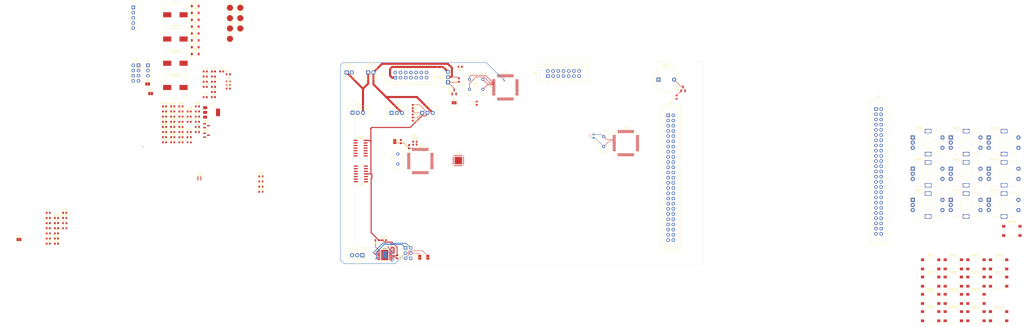
<source format=kicad_pcb>
(kicad_pcb (version 20240108) (generator "pcbnew") (generator_version "8.0")
  (layers (0 "F.Cu" signal) (31 "B.Cu" signal) (34 "B.Paste" user) (35 "F.Paste" user) (36 "B.SilkS" user "B.Silkscreen") (37 "F.SilkS" user "F.Silkscreen") (38 "B.Mask" user) (39 "F.Mask" user) (44 "Edge.Cuts" user))
  (net 0 "")
  (net 1 "BUZZER_M")
  (net 2 "MAIN_CLK1")
  (net 3 "GND")
  (net 4 "MAIN_CLK2")
  (net 5 "MAIN_RTC1")
  (net 6 "MAIN_RTC2")
  (net 7 "/Power Supply/5V_MAIN")
  (net 8 "/Power Supply/3V3_MAIN")
  (net 9 "PERIPHERAL_CLK1")
  (net 10 "/Power Supply/3V3_STBY")
  (net 11 "PERIPHERAL_CLK2")
  (net 12 "/Power Supply/3V3_ALW")
  (net 13 "MCU_VDD")
  (net 14 "PERIPHERAL_VDD")
  (net 15 "12V_IN")
  (net 16 "5V_MAIN_FB")
  (net 17 "3V3_MAIN_FB")
  (net 18 "3V3_ALW_FB")
  (net 19 "HPL")
  (net 20 "OUT_L_PRE")
  (net 21 "HPR")
  (net 22 "OUT_R_PRE")
  (net 23 "DSP_3V3")
  (net 24 "MAIN_IN_L_M")
  (net 25 "Net-(U6C-V+)")
  (net 26 "MIC1LM")
  (net 27 "MAIN_IN_L_P")
  (net 28 "MIC1LP")
  (net 29 "MAIN_IN_R")
  (net 30 "MIC1RP")
  (net 31 "1V8_DVDD")
  (net 32 "DSP_CLK1")
  (net 33 "DSP_CLK2")
  (net 34 "VINT")
  (net 35 "VCP")
  (net 36 "HP_R")
  (net 37 "HP_L")
  (net 38 "LCD_MOSI")
  (net 39 "LCD_CS2")
  (net 40 "LCD_CLK")
  (net 41 "LCD_CS1")
  (net 42 "LCD_MISO")
  (net 43 "MOD_SCL")
  (net 44 "MAIN_LM")
  (net 45 "CUE_LM")
  (net 46 "MOD_SDA")
  (net 47 "MAIN_LP")
  (net 48 "READY")
  (net 49 "12V_MOD")
  (net 50 "CUE_RM")
  (net 51 "CUE_RP")
  (net 52 "MAIN_RP")
  (net 53 "/Fader/FADER_W")
  (net 54 "/Fader/FADER_B")
  (net 55 "/Fader/FADER_A")
  (net 56 "MAIN_RM")
  (net 57 "CUE_LP")
  (net 58 "MAIN_OUT_R_P")
  (net 59 "MAIN_OUT_L_P")
  (net 60 "MAIN_OUT_R_M")
  (net 61 "MAIN_OUT_L_M")
  (net 62 "MAIN_SWDCLK")
  (net 63 "MAIN_SWDIO")
  (net 64 "DSP_SWIO")
  (net 65 "MAIN_BOOT")
  (net 66 "DSP_BOOT")
  (net 67 "DSP_SWDCLK")
  (net 68 "DSP_RESET")
  (net 69 "PERIPHERAL_SWDCLK")
  (net 70 "PERIPHERAL_BOOT")
  (net 71 "MAIN_RESET")
  (net 72 "PERIPHERAL_RESET")
  (net 73 "PERIPHERAL_SWDIO")
  (net 74 "FADER_MOTOR_OUT2")
  (net 75 "FADER_MOTOR_OUT1")
  (net 76 "FADER_B")
  (net 77 "FADER_W")
  (net 78 "FADER_A")
  (net 79 "ENCODER1_A")
  (net 80 "ENCODER5_SW")
  (net 81 "SCRUBBER_A")
  (net 82 "ENCODER8_SW")
  (net 83 "BTN10")
  (net 84 "Net-(Q4-B)")
  (net 85 "BTN16")
  (net 86 "Net-(Q5-B)")
  (net 87 "ENCODER3_SW")
  (net 88 "BTN1")
  (net 89 "ENCODER4_A")
  (net 90 "Net-(U8D--)")
  (net 91 "Net-(U8A--)")
  (net 92 "BTN4")
  (net 93 "ENCODER8_A")
  (net 94 "ENCODER5_A")
  (net 95 "ENCODER7_B")
  (net 96 "BTN11")
  (net 97 "BTN14")
  (net 98 "ENCODER5_B")
  (net 99 "ENCODER8_B")
  (net 100 "ENCODER6_SW")
  (net 101 "ENCODER7_SW")
  (net 102 "ENCODER3_A")
  (net 103 "SCRUBBER_B")
  (net 104 "ENCODER3_B")
  (net 105 "BTN6")
  (net 106 "BTN13")
  (net 107 "ENCODER2_A")
  (net 108 "BTN9")
  (net 109 "ENCODER4_SW")
  (net 110 "ENCODER4_B")
  (net 111 "ENCODER7_A")
  (net 112 "ENCODER1_B")
  (net 113 "BTN12")
  (net 114 "BTN3")
  (net 115 "ENCODER2_SW")
  (net 116 "BTN15")
  (net 117 "BTN5")
  (net 118 "ENCODER1_SW")
  (net 119 "ENCODER6_B")
  (net 120 "BTN8")
  (net 121 "BTN7")
  (net 122 "ENCODER6_A")
  (net 123 "BTN2")
  (net 124 "ENCODER2_B")
  (net 125 "BUZZER_NPN_BASE")
  (net 126 "MOD_FET_GATE")
  (net 127 "12V_MAIN")
  (net 128 "MAIN_SEL")
  (net 129 "CUE_SEL")
  (net 130 "BUZZER_CTRL")
  (net 131 "MOD_CTRL")
  (net 132 "CUE_CTRL")
  (net 133 "NSLEEP")
  (net 134 "PERIPHERAL_MOSI")
  (net 135 "DSP_NSS")
  (net 136 "FADER_MOTOR_IN1")
  (net 137 "FADER_MOTOR_IN2")
  (net 138 "PERIPHERAL_MISO")
  (net 141 "MOD_READY")
  (net 144 "PERIPHERAL_CLK")
  (net 150 "PERIPHERAL_NSS")
  (net 152 "DSP_CLK")
  (net 153 "DSP_MISO")
  (net 154 "DSP_MOSI")
  (net 156 "MAIN_IN_R_P")
  (net 157 "HP_L_PRE")
  (net 159 "HP_R_PRE")
  (net 160 "OUT1_P")
  (net 162 "I2S_CK")
  (net 163 "CODEC_SDA")
  (net 164 "I2S_WS")
  (net 165 "I2S_SD")
  (net 171 "OUT1_M")
  (net 174 "CODEC_SCL")
  (net 175 "I2S_MCK")
  (net 179 "CODEC_NRST")
  (net 181 "I2S_EXT_SD")
  (net 182 "DSP_SPI_SCK")
  (net 183 "DSP_SPI_MOSI")
  (net 184 "DSP_SPI_NSS")
  (net 185 "DSP_SPI_MISO")
  (net 186 "MAIN_L")
  (net 187 "CUE_R")
  (net 188 "MAIN_R")
  (net 189 "CUE_L")
  (net 237 "Net-(Q2-B)")
  (net 248 "5V_MAIN")
  (net 249 "3V3_MAIN")
  (net 250 "3V3_STBY")
  (net 251 "3V3_ALW")
  (net 252 "3V3_BATT")
  (footprint "Capacitor_SMD:C_0603_1608Metric" (layer "F.Cu") (at -48.86 60.785)
    (property "Reference" "C43")
    (property "Value" "22mF")
  )
  (footprint "Package_QFP:LQFP-64_10x10mm_P0.5mm" (layer "F.Cu") (at 113.5 49)
    (property "Reference" "U1")
    (property "Value" "STM32F103RCTx")
  )
  (footprint "Capacitor_SMD:C_0603_1608Metric" (layer "F.Cu") (at 99.5 56.725 90)
    (property "Reference" "C9")
    (property "Value" "100nF")
  )
  (footprint "Rotary_Encoder:RotaryEncoder_Alps_EC11E-Switch_Vertical_H20mm" (layer "F.Cu") (at 312.35 73.5)
    (property "Reference" "SW5")
    (property "Value" "RotaryEncoder_Switch_MP")
  )
  (footprint "Resistor_SMD:R_0603_1608Metric" (layer "F.Cu") (at -101.6 117.855)
    (property "Reference" "R2")
    (property "Value" "1M")
  )
  (footprint "Resistor_SMD:R_0603_1608Metric" (layer "F.Cu") (at -21.75 42.585)
    (property "Reference" "R6")
    (property "Value" "390")
  )
  (footprint "Capacitor_SMD:C_0603_1608Metric" (layer "F.Cu") (at -44.85 73.335)
    (property "Reference" "C55")
    (property "Value" "30pF")
  )
  (footprint "Capacitor_SMD:C_0603_1608Metric" (layer "F.Cu") (at -101.6 110.325)
    (property "Reference" "C15")
    (property "Value" "100nF")
  )
  (footprint "TestPoint:TestPoint_Pad_D3.0mm" (layer "F.Cu") (at -20.93 20.195)
    (property "Reference" "TP3")
    (property "Value" "5V_MAIN")
  )
  (footprint "Capacitor_SMD:C_0603_1608Metric" (layer "F.Cu") (at -52.87 68.315)
    (property "Reference" "C38")
    (property "Value" "1mF")
  )
  (footprint "Resistor_SMD:R_0603_1608Metric" (layer "F.Cu") (at -5.835 95)
    (property "Reference" "R24")
    (property "Value" "1k")
  )
  (footprint "Capacitor_SMD:C_0603_1608Metric" (layer "F.Cu") (at 60.706 131.813 -90)
    (property "Reference" "C64")
    (property "Value" "2.2u")
  )
  (footprint "Capacitor_SMD:C_0603_1608Metric" (layer "F.Cu") (at -28.99 51.255)
    (property "Reference" "C30")
    (property "Value" "1u")
  )
  (footprint "Capacitor_SMD:C_0603_1608Metric" (layer "F.Cu") (at -109.62 120.365)
    (property "Reference" "C5")
    (property "Value" "30pF")
  )
  (footprint "Capacitor_SMD:C_0603_1608Metric" (layer "F.Cu") (at -109.62 125.385)
    (property "Reference" "C13")
    (property "Value" "100nF")
  )
  (footprint "Resistor_SMD:R_0603_1608Metric" (layer "F.Cu") (at -21.75 47.835)
    (property "Reference" "R9")
    (property "Value" "390")
  )
  (footprint "TestPoint:TestPoint_Pad_D3.0mm" (layer "F.Cu") (at -20.93 25.245)
    (property "Reference" "TP4")
    (property "Value" "3V3_MAIN")
  )
  (footprint "Capacitor_SMD:C_0603_1608Metric" (layer "F.Cu") (at -105.61 115.345)
    (property "Reference" "C14")
    (property "Value" "100nF")
  )
  (footprint "Connector_IDC:IDC-Header_2x25_P2.54mm_Vertical" (layer "F.Cu") (at 294.41 59.61)
    (property "Reference" "J9")
    (property "Value" "Conn_02x25_Counter_Clockwise")
  )
  (footprint "Button_Switch_SMD:SW_SPST_B3S-1000" (layer "F.Cu") (at 332.15 160.85)
    (property "Reference" "SW11")
    (property "Value" "SW_Push")
  )
  (footprint "Package_TO_SOT_SMD:SOT-23" (layer "F.Cu") (at 200.25 49.7125 90)
    (property "Reference" "Q1")
    (property "Value" "MMBT2222A")
  )
  (footprint "Capacitor_SMD:C_0603_1608Metric" (layer "F.Cu") (at -40.84 63.295)
    (property "Reference" "C61")
    (property "Value" "100nF")
  )
  (footprint "Package_QFP:LQFP-64_10x10mm_P0.5mm" (layer "F.Cu") (at 172.325 76.25)
    (property "Reference" "U2")
    (property "Value" "STM32F103RCTx")
  )
  (footprint "Button_Switch_SMD:SW_SPST_B3S-1000" (layer "F.Cu") (at 360.725 119.15)
    (property "Reference" "SW18")
    (property "Value" "SW_Push")
  )
  (footprint "Button_Switch_SMD:SW_SPST_B3S-1000" (layer "F.Cu") (at 332.15 135.5)
    (property "Reference" "SW8")
    (property "Value" "Right")
  )
  (footprint "Capacitor_SMD:C_0603_1608Metric" (layer "F.Cu") (at -28.99 46.235)
    (property "Reference" "C28")
    (property "Value" "100n")
  )
  (footprint "Package_CSP:LFCSP-8_2x2mm_P0.5mm" (layer "F.Cu") (at -35.845 93.47)
    (property "Reference" "U6")
    (property "Value" "LM358")
  )
  (footprint "Resistor_SMD:R_0603_1608Metric" (layer "F.Cu") (at 90.85 45.4 90)
    (property "Reference" "R12")
    (property "Value" "10k")
  )
  (footprint "Connector_PinHeader_2.54mm:PinHeader_1x03_P2.54mm_Vertical" (layer "F.Cu") (at -60.95 38.195)
    (property "Reference" "J1")
    (property "Value" "Conn_01x03_Pin")
  )
  (footprint "Jumper:SolderJumper-2_P1.3mm_Bridged2Bar_Pad1.0x1.5mm" (layer "F.Cu") (at 88.5 56.5)
    (property "Reference" "JP1")
    (property "Value" "SolderJumper_2_Bridged")
  )
  (footprint "Button_Switch_SMD:SW_SPST_B3S-1000" (layer "F.Cu") (at 332.15 143.95)
    (property "Reference" "SW9")
    (property "Value" "SW_Push")
  )
  (footprint "Capacitor_SMD:C_0603_1608Metric" (layer "F.Cu") (at -48.86 65.805)
    (property "Reference" "C45")
    (property "Value" "22mF")
  )
  (footprint "Package_SO:SOIC-14_3.9x8.7mm_P1.27mm" (layer "F.Cu") (at 42.825 78.69)
    (property "Reference" "U11")
    (property "Value" "4016")
  )
  (footprint "Capacitor_SMD:C_0603_1608Metric" (layer "F.Cu") (at -105.61 112.835)
    (property "Reference" "C10")
    (property "Value" "100nF")
  )
  (footprint "Capacitor_SMD:C_0603_1608Metric" (layer "F.Cu") (at -48.86 68.315)
    (property "Reference" "C46")
    (property "Value" "0.1mF")
  )
  (footprint "Resistor_SMD:R_0603_1608Metric" (layer "F.Cu") (at -40.84 70.825)
    (property "Reference" "R13")
    (property "Value" "1k")
  )
  (footprint "Resistor_SMD:R_0603_1608Metric" (layer "F.Cu") (at 91.5 38.9 180)
    (property "Reference" "R11")
    (property "Value" "1k")
  )
  (footprint "Connector_PinSocket_2.54mm:PinSocket_2x04_P2.54mm_Vertical" (layer "F.Cu") (at -65.56 38.195)
    (property "Reference" "J2")
    (property "Value" "Conn_02x04_Counter_Clockwise")
  )
  (footprint "Capacitor_SMD:C_0603_1608Metric" (layer "F.Cu") (at -24.98 41.215)
    (property "Reference" "C32")
    (property "Value" "1u")
  )
  (footprint "Button_Switch_SMD:SW_SPST_B3S-1000" (layer "F.Cu") (at 354.25 160.85)
    (property "Reference" "SW19")
    (property "Value" "SW_Push")
  )
  (footprint "Crystal:Crystal_HC49-U_Vertical" (layer "F.Cu") (at 96 49.95 90)
    (property "Reference" "Y2")
    (property "Value" "32.768KHz")
  )
  (footprint "Capacitor_SMD:C_0603_1608Metric" (layer "F.Cu") (at 68.3 64.475 -90)
    (property "Reference" "C24")
    (property "Value" "10u")
  )
  (footprint "Capacitor_SMD:C_0603_1608Metric" (layer "F.Cu") (at -44.85 63.295)
    (property "Reference" "C52")
    (property "Value" "0.1mF")
  )
  (footprint "Capacitor_SMD:C_0603_1608Metric" (layer "F.Cu") (at -44.85 60.785)
    (property "Reference" "C51")
    (property "Value" "10mF")
  )
  (footprint "Button_Switch_SMD:SW_SPST_B3S-1000" (layer "F.Cu") (at 321.1 152.4)
    (property "Reference" "SW3")
    (property "Value" "Down")
  )
  (footprint "TestPoint:TestPoint_Pad_D3.0mm" (layer "F.Cu") (at -15.88 15.145)
    (property "Reference" "TP6")
    (property "Value" "3V3_ALW_FB")
  )
  (footprint "Capacitor_SMD:C_0603_1608Metric" (layer "F.Cu") (at -105.61 125.385)
    (property "Reference" "C12")
    (property "Value" "100nF")
  )
  (footprint "Resistor_SMD:R_0603_1608Metric" (layer "F.Cu") (at 50.875 123.698 180)
    (property "Reference" "R22")
    (property "Value" "47k")
  )
  (footprint "Package_SO:SOIC-14_3.9x8.7mm_P1.27mm" (layer "F.Cu") (at 42.975 91.29 180)
    (property "Reference" "U8")
    (property "Value" "LM324")
  )
  (footprint "Capacitor_SMD:C_0603_1608Metric" (layer "F.Cu") (at 66.5 78 90)
    (property "Reference" "C58")
    (property "Value" "100nF")
  )
  (footprint "Resistor_SMD:R_0603_1608Metric" (layer "F.Cu") (at -5.835 100.02)
    (property "Reference" "R26")
    (property "Value" "1k")
  )
  (footprint "Resistor_SMD:R_0603_1608Metric" (layer "F.Cu") (at -40.84 75.845)
    (property "Reference" "R15")
    (property "Value" "1k")
  )
  (footprint "Rotary_Encoder:RotaryEncoder_Alps_EC11E-Switch_Vertical_H20mm" (layer "F.Cu") (at 330.9 73.5)
    (property "Reference" "SW20")
    (property "Value" "RotaryEncoder_Switch_MP")
  )
  (footprint "TestPoint:TestPoint_Pad_D3.0mm" (layer "F.Cu") (at -20.93 10.095)
    (property "Reference" "TP1")
    (property "Value" "5V_MAIN_FB")
  )
  (footprint "Capacitor_SMD:C_0603_1608Metric" (layer "F.Cu") (at 62.5 75.5 90)
    (property "Reference" "C57")
    (property "Value" "1uF")
  )
  (footprint "Resistor_SMD:R_0603_1608Metric" (layer "F.Cu") (at 68.3 61.405 -90)
    (property "Reference" "R5")
    (property "Value" "720")
  )
  (footprint "Capacitor_SMD:C_0603_1608Metric" (layer "F.Cu") (at -33 46.235)
    (property "Reference" "C20")
    (property "Value" "1u")
  )
  (footprint "Capacitor_SMD:C_0603_1608Metric" (layer "F.Cu") (at -109.62 122.875)
    (property "Reference" "C6")
    (property "Value" "30pF")
  )
  (footprint "Diode_SMD:D_SOD-123" (layer "F.Cu") (at -37.875 22.645)
    (property "Reference" "D5")
    (property "Value" "~")
  )
  (footprint "TerminalBlock:TerminalBlock_Xinya_XY308-2.54-2P_1x02_P2.54mm_Horizontal" (layer "F.Cu") (at 46.55 41.7)
    (property "Reference" "SW26")
    (property "Value" "SW_SPST")
  )
  (footprint "Resistor_SMD:R_0603_1608Metric" (layer "F.Cu") (at -36.83 58.275)
    (property "Reference" "R16")
    (property "Value" "1k")
  )
  (footprint "Connector_PinHeader_2.54mm:PinHeader_2x03_P2.54mm_Vertical" (layer "F.Cu") (at 64.77 127.47)
    (property "Reference" "J7")
    (property "Value" "Conn_02x03_Counter_Clockwise")
  )
  (footprint "Crystal:Crystal_HC49-U_Vertical" (layer "F.Cu") (at 102.5 49.95 90)
    (property "Reference" "Y1")
    (property "Value" "16MHz")
  )
  (footprint "Rotary_Encoder:RotaryEncoder_Alps_EC11E-Switch_Vertical_H20mm" (layer "F.Cu") (at 330.9 88.75)
    (property "Reference" "SW21")
    (property "Value" "RotaryEncoder_Switch_MP")
  )
  (footprint "Connector_IDC:IDC-Header_2x07_P2.54mm_Vertical" (layer "F.Cu") (at 134.26 43.5 90)
    (property "Reference" "J5")
    (property "Value" "Conn_02x07_Counter_Clockwise")
  )
  (footprint "Resistor_SMD:R_0603_1608Metric" (layer "F.Cu") (at 69.325 77.01)
    (property "Reference" "R28")
    (property "Value" "1k" (hide yes))
  )
  (footprint "Capacitor_SMD:CP_Elec_10x10" (layer "F.Cu") (at -47.565 25.345)
    (property "Reference" "C22")
    (property "Value" "1000uF")
  )
  (footprint "Diode_SMD:D_SOD-123" (layer "F.Cu") (at -37.875 19.295)
    (property "Reference" "D4")
    (property "Value" "~")
  )
  (footprint "Rotary_Encoder:RotaryEncoder_Alps_EC11E-Switch_Vertical_H20mm" (layer "F.Cu") (at 312.35 88.75)
    (property "Reference" "SW6")
    (property "Value" "RotaryEncoder_Switch_MP")
  )
  (footprint "Rotary_Encoder:RotaryEncoder_Alps_EC11E-Switch_Vertical_H20mm" (layer "F.Cu") (at 349.45 104)
    (property "Reference" "SW25")
    (property "Value" "RotaryEncoder_Switch_MP")
  )
  (footprint "Button_Switch_SMD:SW_SPST_B3S-1000" (layer "F.Cu") (at 332.15 152.4)
    (property "Reference" "SW10")
    (property "Value" "SW_Push")
  )
  (footprint "Package_TO_SOT_SMD:SOT-23" (layer "F.Cu") (at -32.38 67.74)
    (property "Reference" "Q4")
    (property "Value" "MMBT2222A")
  )
  (footprint "Resistor_SMD:R_0603_1608Metric" (layer "F.Cu") (at -5.835 92.49)
    (property "Reference" "R23")
    (property "Value" "1k")
  )
  (footprint "Jumper:SolderJumper-2_P1.3mm_Bridged2Bar_Pad1.0x1.5mm" (layer "F.Cu") (at 75.67 132.04 90)
    (property "Reference" "JP7")
    (property "Value" "SolderJumper_2_Bridged")
  )
  (footprint "Buzzer_Beeper:Buzzer_12x9.5RM7.6" (layer "F.Cu") (at 188.25 45.2)
    (property "Reference" "BZ1")
    (property "Value" "Buzzer")
  )
  (footprint "Resistor_SMD:R_0603_1608Metric" (layer "F.Cu") (at -36.83 63.295)
    (property "Reference" "R19")
    (property "Value" "1k")
  )
  (footprint "Resistor_SMD:R_0603_1608Metric" (layer "F.Cu") (at -21.75 49.585)
    (property "Reference" "R10")
    (property "Value" "240")
  )
  (footprint "Resistor_SMD:R_0603_1608Metric" (layer "F.Cu") (at -36.83 65.805)
    (property "Reference" "R20")
    (property "Value" "1k")
  )
  (footprint "Button_Switch_SMD:SW_SPST_B3S-1000" (layer "F.Cu") (at 321.1 143.95)
    (property "Reference" "SW2")
    (property "Value" "Up")
  )
  (footprint "Capacitor_SMD:C_0603_1608Metric" (layer "F.Cu") (at -109.62 112.835)
    (property "Reference" "C2")
    (property "Value" "30pF")
  )
  (footprint "Package_TO_SOT_SMD:SOT-223-3_TabPin2" (layer "F.Cu") (at -29.9 61.22)
    (property "Reference" "U7")
    (property "Value" "AMS1117-1.8")
  )
  (footprint "Capacitor_SMD:C_0603_1608Metric" (layer "F.Cu") (at -52.87 60.785)
    (property "Reference" "C35")
    (property "Value" "47uF")
  )
  (footprint "Connector_PinSocket_2.54mm:PinSocket_1x05_P2.54mm_Vertical" (layer "F.Cu") (at -68.1 9.895)
    (property "Reference" "J4")
    (property "Value" "Conn_01x05_Pin")
  )
  (footprint "Diode_SMD:D_SOD-123" (layer "F.Cu") (at -37.875 12.595)
    (property "Reference" "D2")
    (property "Value" "~")
  )
  (footprint "Capacitor_SMD:C_0603_1608Metric" (layer "F.Cu") (at 54.356 123.698)
    (property "Reference" "C65")
    (property "Value" "10u")
  )
  (footprint "Capacitor_SMD:C_0603_1608Metric" (layer "F.Cu") (at -48.86 75.845)
    (property "Reference" "C49")
    (property "Value" "10mF")
  )
  (footprint "Capacitor_SMD:C_0603_1608Metric" (layer "F.Cu") (at -52.87 63.295)
    (property "Reference" "C36")
    (property "Value" "4.7uF")
  )
  (footprint "Button_Switch_SMD:SW_SPST_B3S-1000" (layer "F.Cu") (at 343.2 160.85)
    (property "Reference" "SW15")
    (property "Value" "SW_Push")
  )
  (footprint "Capacitor_SMD:C_0603_1608Metric" (layer "F.Cu") (at -109.62 117.855)
    (property "Reference" "C4")
    (property "Value" "20pF")
  )
  (footprint "Rotary_Encoder:RotaryEncoder_Alps_EC11E-Switch_Vertical_H20mm" (layer "F.Cu") (at 312.35 104)
    (property "Reference" "SW7")
    (property "Value" "RotaryEncoder_Switch_MP")
  )
  (footprint "Capacitor_SMD:C_0603_1608Metric" (layer "F.Cu") (at -52.87 70.825)
    (property "Reference" "C39")
    (property "Value" "100n")
  )
  (footprint "Jumper:SolderJumper-2_P1.3mm_Bridged2Bar_Pad1.0x1.5mm" (layer "F.Cu") (at 59.5 75.5 -90)
    (property "Reference" "JP5")
    (property "Value" "SolderJumper_2_Bridged" (hide yes))
  )
  (footprint "Package_TO_SOT_THT:TO-220-3_Vertical" (layer "F.Cu") (at 38.92 61.4)
    (property "Reference" "U5")
    (property "Value" "LM317_TO-220")
  )
  (footprint "Capacitor_SMD:C_0603_1608Metric" (layer "F.Cu") (at -109.62 115.345)
    (property "Reference" "C3")
    (property "Value" "20pF")
  )
  (footprint "Capacitor_SMD:C_0603_1608Metric" (layer "F.Cu") (at -52.87 75.845)
    (property "Reference" "C41")
    (property "Value" "4.7uF")
  )
  (footprint "Crystal:Crystal_HC49-U_Vertical" (layer "F.Cu") (at 61 86.45 90)
    (property "Reference" "Y4")
    (property "Value" "16MHz")
  )
  (footprint "Crystal:Crystal_HC49-U_Vertical" (layer "F.Cu") (at 161.5 77.95 90)
    (property "Reference" "Y3")
    (property "Value" "16MHz")
  )
  (footprint "Package_QFP:LQFP-64_10x10mm_P0.5mm" (layer "F.Cu") (at 72 85)
    (property "Reference" "U10")
    (property "Value" "STM32F103RCTx")
  )
  (footprint "Button_Switch_SMD:SW_SPST_B3S-1000" (layer "F.Cu") (at 321.1 160.85)
    (property "Reference" "SW4")
    (property "Value" "Left")
  )
  (footprint "Rotary_Encoder:RotaryEncoder_Alps_EC11E-Switch_Vertical_H20mm" (layer "F.Cu") (at 349.45 88.75)
    (property "Reference" "SW24")
    (property "Value" "RotaryEncoder_Switch_MP")
  )
  (footprint "TestPoint:TestPoint_Pad_D3.0mm" (layer "F.Cu") (at -15.88 10.095)
    (property "Reference" "TP5")
    (property "Value" "3V3_STBY")
  )
  (footprint "Connector_IDC:IDC-Header_2x25_P2.54mm_Vertical" (layer "F.Cu") (at 192.96 62.66)
    (property "Reference" "J8")
    (property "Value" "Conn_02x25_Counter_Clockwise")
  )
  (footprint "Resistor_SMD:R_0603_1608Metric" (layer "F.Cu") (at 69.325 75.5)
    (property "Reference" "R27")
    (property "Value" "1k" (hide yes))
  )
  (footprint "Button_Switch_SMD:SW_SPST_B3S-1000" (layer "F.Cu") (at 354.25 135.5)
    (property "Reference" "SW16")
    (property "Value" "SW_Push")
  )
  (footprint "Capacitor_SMD:C_0603_1608Metric" (layer "F.Cu") (at -44.85 68.315)
    (property "Reference" "C54")
    (property "Value" "0.1mF")
  )
  (footprint "Resistor_SMD:R_0603_1608Metric" (layer "F.Cu") (at -40.84 73.335)
    (property "Reference" "R14")
    (property "Value" "1k")
  )
  (footprint "Resistor_SMD:R_0603_1608Metric" (layer "F.Cu") (at 68.3 58.325 -90)
    (property "Reference" "R7")
    (property "Value" "240")
  )
  (footprint "Package_DFN_QFN:VQFN-32-1EP_5x5mm_P0.5mm_EP3.5x3.5mm" (layer "F.Cu") (at 90.55 84.75)
    (property "Reference" "U9")
    (property "Value" "TLV320AIC3100")
  )
  (footprint "Capacitor_SMD:C_0603_1608Metric" (layer "F.Cu") (at -33 43.725)
    (property "Reference" "C19")
    (property "Value" "100n")
  )
  (footprint "Capacitor_SMD:C_0603_1608Metric" (layer "F.Cu") (at -109.62 110.325)
    (property "Reference" "C1")
    (property "Value" "30pF")
  )
  (footprint "Package_TO_SOT_THT:TO-220-3_Vertical" (layer "F.Cu") (at 85.5 46.5 90)
    (property "Reference" "Q3")
    (property "Value" "IRF9540N")
  )
  (footprint "Resistor_SMD:R_0603_1608Metric" (layer "F.Cu") (at -5.835 97.51)
    (property "Reference" "R25")
    (property "Value" "1k")
  )
  (footprint "Rotary_Encoder:RotaryEncoder_Alps_EC11E-Switch_Vertical_H20mm" (layer "F.Cu") (at 330.9 104)
    (property "Reference" "SW22")
    (property "Value" "RotaryEncoder_Switch_MP")
  )
  (footprint "Capacitor_SMD:CP_Elec_10x10" (layer "F.Cu") (at -47.565 49.045)
    (property "Reference" "C33")
    (property "Value" "1000uF")
  )
  (footprint "Diode_SMD:D_SOD-123" (layer "F.Cu") (at -37.875 9.245)
    (property "Reference" "D1")
    (property "Value" "~")
  )
  (footprint "Capacitor_SMD:C_0603_1608Metric" (layer "F.Cu") (at -40.84 60.785)
    (property "Reference" "C59")
    (property "Value" "100nF")
  )
  (footprint "Diode_SMD:D_SOD-123" (layer "F.Cu") (at -37.875 25.995)
    (property "Reference" "D6")
    (property "Value" "~")
  )
  (footprint "TestPoint:TestPoint_Pad_D3.0mm" (layer "F.Cu") (at -15.88 20.195)
    (property "Reference" "TP7")
    (property "Value" "3V3_ALW")
  )
  (footprint "Package_TO_SOT_THT:TO-220-3_Vertical" (layer "F.Cu") (at 57.96 61.445)
    (property "Reference" "U4")
    (property "Value" "LM317_TO-220")
  )
  (footprint "Capacitor_SMD:C_0603_1608Metric" (layer "F.Cu") (at -44.85 70.825)
    (property "Reference" "C60")
    (property "Value" "100nF")
  )
  (footprint "Capacitor_SMD:C_0603_1608Metric" (layer "F.Cu") (at -52.87 58.275)
    (property "Reference" "C34")
    (property "Value" "47uF")
  )
  (footprint "Button_Switch_SMD:SW_SPST_B3S-1000" (layer "F.Cu") (at 321.1 135.5)
    (property "Reference" "SW1")
    (property "Value" "Enter")
  )
  (footprint "Package_TO_SOT_SMD:SOT-23" (layer "F.Cu") (at -32.38 72.365)
    (property "Reference" "Q5")
    (property "Value" "MMBT2222A")
  )
  (footprint "Jumper:SolderJumper-2_P1.3mm_Bridged2Bar_Pad1.0x1.5mm" (layer "F.Cu") (at 71.72 132.05 90)
    (property "Reference" "JP6")
    (property "Value" "SolderJumper_2_Bridged")
  )
  (footprint "Diode_SMD:D_SOD-123" (layer "F.Cu") (at -37.875 32.695)
    (property "Reference" "D8")
    (property "Value" "~")
  )
  (footprint "TerminalBlock:TerminalBlock_Xinya_XY308-2.54-2P_1x02_P2.54mm_Horizontal" (layer "F.Cu") (at 36.025 41.7)
    (property "Reference" "J6")
    (property "Value" "Screw_Terminal_01x02" (hide yes))
  )
  (footprint "Capacitor_SMD:CP_Elec_10x10" (layer "F.Cu") (at -47.565 37.195)
    (property "Reference" "C23")
    (property "Value" "1000uF")
  )
  (footprint "Resistor_SMD:R_0603_1608Metric" (layer "F.Cu") (at 197.05 53.775 90)
    (property "Reference" "R4")
    (property "Value" "1k")
  )
  (footprint "Resistor_SMD:R_0603_1608Metric" (layer "F.Cu") (at -36.83 68.315)
    (property "Reference" "R21")
    (property "Value" "1k")
  )
  (footprint "Capacitor_SMD:C_0603_1608Metric" (layer "F.Cu") (at -105.61 120.365)
    (property "Reference" "C8")
    (property "Value" "1uF")
  )
  (footprint "Package_TO_SOT_SMD:SOT-23" (layer "F.Cu") (at 88.5 51.2625 90)
    (property "Reference" "Q2")
    (property "Value" "MMBT2222A")
  )
  (footprint "Capacitor_SMD:C_0603_1608Metric" (layer "F.Cu") (at -105.61 117.855)
    (property "Reference" "C7")
    (property "Value" "1uF")
  )
  (footprint "Resistor_SMD:R_0603_1608Metric" (layer "F.Cu") (at -36.83 70.825)
    (property "Reference" "R18")
    (property "Value" "1M")
  )
  (footprint "Capacitor_SMD:C_0603_1608Metric" (layer "F.Cu") (at -28.99 48.745)
    (property "Reference" "C29")
    (property "Value" "1u")
  )
  (footprint "Button_Switch_SMD:SW_SPST_B3S-1000" (layer "F.Cu") (at 343.2 135.5)
    (property "Reference" "SW12")
    (property "Value" "SW_Push")
  )
  (footprint "Capacitor_SMD:C_0603_1608Metric" (layer "F.Cu") (at -101.6 112.835)
    (property "Reference" "C16")
    (property "Value" "100nF")
  )
  (footprint "Capacitor_SMD:C_0603_1608Metric" (layer "F.Cu") (at -40.84 65.805)
    (property "Reference" "C62")
    (property "Value" "100nF")
  )
  (footprint "Button_Switch_SMD:SW_SPST_B3S-1000" (layer "F.Cu") (at 354.25 143.95)
    (property "Reference" "SW17")
    (property "Value" "SW_Push")
  )
  (footprint "Capacitor_SMD:C_0603_1608Metric" (layer "F.Cu") (at 57.924 126.505 90)
    (property "Reference" "C63")
    (property "Value" "2.2u")
  )
  (footprint "Capacitor_SMD:CP_Elec_10x10" (layer "F.Cu") (at -47.565 13.495)
    (property "Reference" "C17")
    (property "Value" "1000uF")
  )
  (footprint "Capacitor_SMD:C_0603_1608Metric" (layer "F.Cu") (at -48.86 63.295)
    (property "Reference" "C44")
    (property "Value" "0.1mF")
  )
  (footprint "Package_SO:HTSSOP-16-1EP_4.4x5mm_P0.65mm_EP3.4x5mm_Mask2.46x2.31mm_ThermalVias" (layer "F.Cu") (at 54.622 130.95)
    (property "Reference" "U12")
    (property "Value" "DRV8833PWP")
  )
  (footprint "Capacitor_SMD:C_0603_1608Metric" (layer "F.Cu") (at -28.99 41.215)
    (property "Reference" "C26")
    (property "Value" "1u")
  )
  (footprint "Jumper:SolderJumper-2_P1.3mm_Bridged2Bar_Pad1.0x1.5mm" (layer "F.Cu") (at -123.9 123.345)
    (property "Reference" "JP2")
    (property "Value" "SolderJumper_2_Bridged")
  )
  (footprint "Capacitor_SMD:C_0603_1608Metric" (layer "F.Cu") (at -48.86 73.335)
    (property "Reference" "C48")
    (property "Value" "0.1mF")
  )
  (footprint "Capacitor_SMD:C_0603_1608Metric" (layer "F.Cu") (at -28.99 43.725)
    (property "Reference" "C27")
    (property "Value" "1u")
  )
  (footprint "Capacitor_SMD:C_0603_1608Metric" (layer "F.Cu") (at -52.87 73.335)
    (property "Reference" "C40")
    (property "Value" "1mF")
  )
  (footprint "Capacitor_SMD:C_0603_1608Metric" (layer "F.Cu") (at -105.61 122.875)
    (property "Reference" "C11")
    (property "Value" "100nF")
  )
  (footprint "Capacitor_SMD:C_0603_1608Metric" (layer "F.Cu") (at -33 48.745)
    (property "Reference" "C21")
    (property "Value" "1u")
  )
  (footprint "Package_TO_SOT_THT:TO-220-3_Vertical" (layer "F.Cu") (at 72.96 61.445)
    (property "Reference" "U3")
    (property "Value" "LM317_TO-220")
  )
  (footprint "Button_Switch_SMD:SW_SPST_B3S-1000" (layer "F.Cu") (at 343.2 143.95)
    (property "Reference" "SW13")
    (property "Value" "SW_Push")
  )
  (footprint "Capacitor_SMD:C_0603_1608Metric" (layer "F.Cu") (at -44.85 75.845)
    (property "Reference" "C56")
    (property "Value" "30pF")
  )
  (footprint "Resistor_SMD:R_0603_1608Metric" (layer "F.Cu") (at -21.75 46.085)
    (property "Reference" "R8")
    (property "Value" "240")
  )
  (footprint "TerminalBlock:TerminalBlock_Xinya_XY308-2.54-3P_1x03_P2.54mm_Horizontal" (layer "F.Cu") (at 43.73 131.05 180)
    (property "Reference" "J6")
    (property "Value" "Screw_Terminal_01x03")
  )
  (footprint "Capacitor_SMD:C_0603_1608Metric" (layer "F.Cu") (at -44.85 65.805)
    (property "Reference" "C53")
    (property "Value" "10mF")
  )
  (footprint "Resistor_SMD:R_0603_1608Metric" (layer "F.Cu") (at -101.6 115.345)
    (property "Reference" "R1")
    (property "Value" "1M")
  )
  (footprint "Capacitor_SMD:C_0603_1608Metric" (layer "F.Cu") (at -33 53.765)
    (property "Reference" "C25")
    (property "Value" "10u")
  )
  (footprint "Capacitor_SMD:C_0603_1608Metric" (layer "F.Cu") (at -33 41.215)
    (property "Reference" "C18")
    (property "Value" "100n")
  )
  (footprint "Capacitor_SMD:C_0603_1608Metric" (layer "F.Cu") (at -28.99 53.765)
    (property "Reference" "C31")
    (property "Value" "10u")
  )
  (footprint "Button_Switch_SMD:SW_SPST_B3S-1000" (layer "F.Cu") (at 343.2 152.4)
    (property "Reference" "SW14")
    (property "Value" "SW_Push")
  )
  (footprint "Resistor_SMD:R_0603_1608Metric" (layer "F.Cu") (at -36.83 60.785)
    (property "Reference" "R17")
    (property "Value" "1k")
  )
  (footprint "Rotary_Encoder:RotaryEncoder_Alps_EC11E-Switch_Vertical_H20mm" (layer "F.Cu") (at 349.45 73.5)
    (property "Reference" "SW23")
    (property "Value" "RotaryEncoder_Switch_MP")
  )
  (footprint "Jumper:SolderJumper-2_P1.3mm_Bridged2Bar_Pad1.0x1.5mm" (layer "F.Cu") (at -61.1 47.345)
    (property "Reference" "JP3")
    (property "Value" "SolderJumper_2_Bridged")
  )
  (footprint "Capacitor_SMD:C_0603_1608Metric" (layer "F.Cu") (at -44.85 58.275)
    (property "Reference" "C50")
    (property "Value" "0.1mF")
  )
  (footprint "Diode_SMD:D_SOD-123" (layer "F.Cu") (at -37.875 29.345)
    (property "Reference" "D7")
    (property "Value" "~")
  )
  (footprint "Capacitor_SMD:C_0603_1608Metric" (layer "F.Cu") (at -52.87 65.805)
    (property "Reference" "C37")
    (property "Value" "1mF")
  )
  (footprint "Diode_SMD:D_SOD-123" (layer "F.Cu") (at -37.875 15.945)
    (property "Reference" "D3")
    (property "Value" "~")
  )
  (footprint "Capacitor_SMD:C_0603_1608Metric" (layer "F.Cu") (at -48.86 58.275)
    (property "Reference" "C42")
    (property "Value" "100n")
  )
  (footprint "Jumper:SolderJumper-2_P1.3mm_Bridged2Bar_Pad1.0x1.5mm" (layer "F.Cu") (at -59.65 52)
    (property "Reference" "JP4")
    (property "Value" "SolderJumper_2_Bridged")
  )
  (footprint "TestPoint:TestPoint_Pad_D3.0mm" (layer "F.Cu") (at -20.93 15.145)
    (property "Reference" "TP2")
    (property "Value" "3V3_MAIN_FB")
  )
  (footprint "Capacitor_SMD:C_0603_1608Metric" (layer "F.Cu") (at -48.86 70.825)
    (property "Reference" "C47")
    (property "Value" "10mF")
  )
  (footprint "Connector_IDC:IDC-Header_2x07_P2.54mm_Vertical" (layer "F.Cu") (at 59.8 44.25 90)
    (property "Reference" "J3")
    (property "Value" "Conn_02x07_Counter_Clockwise")
  )
  (footprint "Resistor_SMD:R_0603_1608Metric" (layer "B.Cu") (at 156.5 72.825 -90)
    (property "Reference" "R3")
    (property "Value" "1M")
  )
  (gr_rect (start 39.87 36) (end 209.87 136) (stroke (width 0.05)) (fill none) (layer "Edge.Cuts"))
  (segment (start -63.5 78) (end -63 78) (width 0.2) (layer "F.Cu") (net 0))
  (segment (start 195.85 45.2) (end 199.425 48.775) (width 0.2) (layer "F.Cu") (net 1))
  (segment (start 199.425 48.775) (end 200.25 48.775) (width 0.2) (layer "F.Cu") (net 1))
  (segment (start 104.68 47.25) (end 107.825 47.25) (width 0.25) (layer "F.Cu") (net 2))
  (segment (start 102.5 45.07) (end 104.68 47.25) (width 0.25) (layer "F.Cu") (net 2))
  (segment (start 104.7 47.75) (end 107.825 47.75) (width 0.25) (layer "F.Cu") (net 4))
  (segment (start 102.5 49.95) (end 104.7 47.75) (width 0.25) (layer "F.Cu") (net 4))
  (segment (start 106.982236 46.25) (end 107.825 46.25) (width 0.25) (layer "F.Cu") (net 5))
  (segment (start 96 45.07) (end 96 43.8) (width 0.25) (layer "F.Cu") (net 5))
  (segment (start 103.832236 43.1) (end 106.982236 46.25) (width 0.25) (layer "F.Cu") (net 5))
  (segment (start 96.7 43.1) (end 103.832236 43.1) (width 0.25) (layer "F.Cu") (net 5))
  (segment (start 96 43.8) (end 96.7 43.1) (width 0.25) (layer "F.Cu") (net 5))
  (segment (start 103.05 43.85) (end 105.95 46.75) (width 0.25) (layer "F.Cu") (net 6))
  (segment (start 99.2 43.85) (end 103.05 43.85) (width 0.25) (layer "F.Cu") (net 6))
  (segment (start 96 49.95) (end 96 47.05) (width 0.25) (layer "F.Cu") (net 6))
  (segment (start 96 47.05) (end 99.2 43.85) (width 0.25) (layer "F.Cu") (net 6))
  (segment (start 105.95 46.75) (end 107.825 46.75) (width 0.25) (layer "F.Cu") (net 6))
  (segment (start 162.93 74.5) (end 161.5 73.07) (width 0.2) (layer "F.Cu") (net 9))
  (segment (start 166.65 74.5) (end 162.93 74.5) (width 0.2) (layer "F.Cu") (net 9))
  (segment (start 160.43 72) (end 156.5 72) (width 0.2) (layer "B.Cu") (net 9))
  (segment (start 161.5 73.07) (end 160.43 72) (width 0.2) (layer "B.Cu") (net 9))
  (segment (start 166.65 75) (end 164.45 75) (width 0.2) (layer "F.Cu") (net 11))
  (segment (start 164.45 75) (end 161.5 77.95) (width 0.2) (layer "F.Cu") (net 11))
  (segment (start 156.5 73.65) (end 157.2 73.65) (width 0.2) (layer "B.Cu") (net 11))
  (segment (start 157.2 73.65) (end 161.5 77.95) (width 0.2) (layer "B.Cu") (net 11))
  (segment (start 46.55 41.7) (end 46.55 47.125) (width 1) (layer "F.Cu") (net 15))
  (segment (start 44 61.4) (end 44 49.675) (width 1) (layer "F.Cu") (net 15))
  (segment (start 46.55 47.125) (end 44 49.675) (width 1) (layer "F.Cu") (net 15))
  (segment (start 44 49.675) (end 36.025 41.7) (width 1) (layer "F.Cu") (net 15))
  (segment (start 68.3 63.7) (end 70.705 63.7) (width 0.2) (layer "F.Cu") (net 16))
  (segment (start 68.3 59.15) (end 68.3 60.58) (width 0.2) (layer "F.Cu") (net 16))
  (segment (start 72.96 61.445) (end 69.165 61.445) (width 0.2) (layer "F.Cu") (net 16))
  (segment (start 70.705 63.7) (end 72.96 61.445) (width 0.2) (layer "F.Cu") (net 16))
  (segment (start 69.165 61.445) (end 68.3 60.58) (width 0.2) (layer "F.Cu") (net 16))
  (segment (start 67.7 78.775) (end 68.25 79.325) (width 0.2) (layer "F.Cu") (net 23))
  (segment (start 62.375 76.15) (end 62.5 76.275) (width 0.2) (layer "F.Cu") (net 23))
  (segment (start 62.5 76.275) (end 64 76.275) (width 0.2) (layer "F.Cu") (net 23))
  (segment (start 59.5 76.15) (end 62.375 76.15) (width 0.2) (layer "F.Cu") (net 23))
  (segment (start 64 76.275) (end 66.5 78.775) (width 0.2) (layer "F.Cu") (net 23))
  (segment (start 66.5 78.775) (end 67.7 78.775) (width 0.2) (layer "F.Cu") (net 23))
  (segment (start 57.4845 129.975) (end 59.013 129.975) (width 0.5) (layer "F.Cu") (net 34))
  (segment (start 59.013 129.975) (end 59.194 129.794) (width 0.5) (layer "F.Cu") (net 34))
  (segment (start 58.966 127.28) (end 57.924 127.28) (width 0.5) (layer "F.Cu") (net 34))
  (segment (start 59.194 127.508) (end 58.966 127.28) (width 0.5) (layer "F.Cu") (net 34))
  (segment (start 59.194 129.794) (end 59.194 127.508) (width 0.5) (layer "F.Cu") (net 34))
  (segment (start 57.4845 131.925) (end 60.043 131.925) (width 0.4) (layer "F.Cu") (net 35))
  (segment (start 60.043 131.925) (end 60.706 132.588) (width 0.4) (layer "F.Cu") (net 35))
  (segment (start 57.2 43.25) (end 58.2 44.25) (width 1) (layer "F.Cu") (net 49))
  (segment (start 85.5 41.42) (end 83.08 39) (width 1) (layer "F.Cu") (net 49))
  (segment (start 58.25 39) (end 57.2 40.05) (width 1) (layer "F.Cu") (net 49))
  (segment (start 57.2 40.05) (end 57.2 43.25) (width 1) (layer "F.Cu") (net 49))
  (segment (start 83.08 39) (end 58.25 39) (width 1) (layer "F.Cu") (net 49))
  (segment (start 58.2 44.25) (end 59.8 44.25) (width 1) (layer "F.Cu") (net 49))
  (segment (start 70.15 75.5) (end 70.15 77.01) (width 0.2) (layer "F.Cu") (net 66))
  (segment (start 49.022 129.794) (end 49.096 129.794) (width 0.4) (layer "F.Cu") (net 74))
  (segment (start 51.7595 130.625) (end 51.7595 131.275) (width 0.4) (layer "F.Cu") (net 74))
  (segment (start 51.7595 130.625) (end 49.927 130.625) (width 0.4) (layer "F.Cu") (net 74))
  (segment (start 49.096 129.794) (end 49.927 130.625) (width 0.4) (layer "F.Cu") (net 74))
  (via (at 49.022 129.794) (size 0.6) (drill 0.3) (layers "F.Cu" "B.Cu") (net 74))
  (segment (start 65.062 125.222) (end 53.594 125.222) (width 0.4) (layer "B.Cu") (net 74))
  (segment (start 67.31 127.47) (end 65.062 125.222) (width 0.4) (layer "B.Cu") (net 74))
  (segment (start 53.594 125.222) (end 49.022 129.794) (width 0.4) (layer "B.Cu") (net 74))
  (segment (start 51.7595 132.575) (end 50.571 132.575) (width 0.4) (layer "F.Cu") (net 75))
  (segment (start 50.572 129.665122) (end 50.912122 129.325) (width 0.4) (layer "F.Cu") (net 75))
  (segment (start 50.338633 129.925) (end 50.572 129.691633) (width 0.4) (layer "F.Cu") (net 75))
  (segment (start 50.571 132.575) (end 50.304 132.842) (width 0.4) (layer "F.Cu") (net 75))
  (segment (start 50.912122 129.325) (end 51.7595 129.325) (width 0.4) (layer "F.Cu") (net 75))
  (segment (start 50.572 129.691633) (end 50.572 129.665122) (width 0.4) (layer "F.Cu") (net 75))
  (via (at 50.304 132.842) (size 0.6) (drill 0.3) (layers "F.Cu" "B.Cu") (net 75))
  (via (at 50.338633 129.925) (size 0.6) (drill 0.3) (layers "F.Cu" "B.Cu") (net 75))
  (segment (start 63.122 125.822) (end 64.77 127.47) (width 0.4) (layer "B.Cu") (net 75))
  (segment (start 50.558 132.588) (end 50.304 132.842) (width 0.4) (layer "B.Cu") (net 75))
  (segment (start 54.276 125.822) (end 63.122 125.822) (width 0.4) (layer "B.Cu") (net 75))
  (segment (start 50.338633 129.925) (end 50.338633 129.759367) (width 0.4) (layer "B.Cu") (net 75))
  (segment (start 50.338633 129.759367) (end 54.276 125.822) (width 0.4) (layer "B.Cu") (net 75))
  (segment (start 50.558 130.144367) (end 50.558 132.588) (width 0.4) (layer "B.Cu") (net 75))
  (segment (start 50.338633 129.925) (end 50.558 130.144367) (width 0.4) (layer "B.Cu") (net 75))
  (segment (start 64.77 132.55) (end 66.16 131.16) (width 0.2) (layer "F.Cu") (net 76))
  (segment (start 66.833654 128.86) (end 73.14 128.86) (width 0.2) (layer "F.Cu") (net 76))
  (segment (start 66.16 131.16) (end 66.16 129.533654) (width 0.2) (layer "F.Cu") (net 76))
  (segment (start 73.14 128.86) (end 75.67 131.39) (width 0.2) (layer "F.Cu") (net 76))
  (segment (start 66.16 129.533654) (end 66.833654 128.86) (width 0.2) (layer "F.Cu") (net 76))
  (segment (start 112.75 45.44) (end 113.03 45.72) (width 0.2) (layer "F.Cu") (net 77))
  (segment (start 112.75 43.325) (end 112.75 45.44) (width 0.2) (layer "F.Cu") (net 77))
  (via (at 113.03 45.72) (size 0.6) (drill 0.3) (layers "F.Cu" "B.Cu") (net 77))
  (segment (start 113.03 45.72) (end 104.14 36.83) (width 0.2) (layer "B.Cu") (net 77))
  (segment (start 33.02 38.1) (end 33.02 133.35) (width 0.2) (layer "B.Cu") (net 77))
  (segment (start 104.14 36.83) (end 34.29 36.83) (width 0.2) (layer "B.Cu") (net 77))
  (segment (start 59.652 135.128) (end 64.77 130.01) (width 0.2) (layer "B.Cu") (net 77))
  (segment (start 34.29 36.83) (end 33.02 38.1) (width 0.2) (layer "B.Cu") (net 77))
  (segment (start 33.02 133.35) (end 34.798 135.128) (width 0.2) (layer "B.Cu") (net 77))
  (segment (start 34.798 135.128) (end 59.652 135.128) (width 0.2) (layer "B.Cu") (net 77))
  (segment (start 70.88 130.01) (end 71.72 130.85) (width 0.2) (layer "F.Cu") (net 78))
  (segment (start 71.72 130.85) (end 71.72 131.4) (width 0.2) (layer "F.Cu") (net 78))
  (segment (start 67.31 130.01) (end 70.88 130.01) (width 0.2) (layer "F.Cu") (net 78))
  (segment (start 197.05 52.9) (end 197.05 52.95) (width 0.2) (layer "F.Cu") (net 125))
  (segment (start 199.3 50.65) (end 197.05 52.9) (width 0.2) (layer "F.Cu") (net 125))
  (segment (start 90.575 46.5) (end 90.85 46.225) (width 0.25) (layer "F.Cu") (net 126))
  (segment (start 88.5 49.5) (end 85.5 46.5) (width 0.25) (layer "F.Cu") (net 126))
  (segment (start 85.5 46.5) (end 90.575 46.5) (width 0.25) (layer "F.Cu") (net 126))
  (segment (start 88.5 50.325) (end 88.5 49.5) (width 0.25) (layer "F.Cu") (net 126))
  (segment (start 55.2975 53.7025) (end 63.04 61.445) (width 1) (layer "F.Cu") (net 127))
  (segment (start 49.09 41.7) (end 49.09 47.495) (width 1) (layer "F.Cu") (net 127))
  (segment (start 78.04 61.445) (end 70.2975 53.7025) (width 1) (layer "F.Cu") (net 127))
  (segment (start 90.235 43.96) (end 90.85 44.575) (width 0.25) (layer "F.Cu") (net 127))
  (segment (start 86.69 43.96) (end 85.5 43.96) (width 1) (layer "F.Cu") (net 127))
  (segment (start 85.4 37.45) (end 87.4 39.45) (width 1) (layer "F.Cu") (net 127))
  (segment (start 49.09 47.495) (end 55.2975 53.7025) (width 1) (layer "F.Cu") (net 127))
  (segment (start 87.4 43.25) (end 86.69 43.96) (width 1) (layer "F.Cu") (net 127))
  (segment (start 49.09 41.7) (end 53.34 37.45) (width 1) (layer "F.Cu") (net 127))
  (segment (start 85.5 43.96) (end 90.235 43.96) (width 0.25) (layer "F.Cu") (net 127))
  (segment (start 87.4 39.45) (end 87.4 43.25) (width 1) (layer "F.Cu") (net 127))
  (segment (start 53.34 37.45) (end 85.4 37.45) (width 1) (layer "F.Cu") (net 127))
  (segment (start 70.2975 53.7025) (end 55.2975 53.7025) (width 1) (layer "F.Cu") (net 127))
  (segment (start 51.7595 128.675) (end 50.05 126.9655) (width 0.25) (layer "F.Cu") (net 133))
  (segment (start 50.05 126.9655) (end 50.05 123.698) (width 0.25) (layer "F.Cu") (net 133))
  (segment (start 56.5715 127.762) (end 54.368 127.762) (width 0.2) (layer "F.Cu") (net 136))
  (segment (start 58.178 133.9185) (end 58.178 134.112) (width 0.2) (layer "F.Cu") (net 136))
  (segment (start 57.4845 128.675) (end 56.5715 127.762) (width 0.2) (layer "F.Cu") (net 136))
  (segment (start 57.4845 133.225) (end 58.178 133.9185) (width 0.2) (layer "F.Cu") (net 136))
  (via (at 54.368 127.762) (size 0.6) (drill 0.3) (layers "F.Cu" "B.Cu") (net 136))
  (via (at 58.178 134.112) (size 0.6) (drill 0.3) (layers "F.Cu" "B.Cu") (net 136))
  (segment (start 54.784 127.762) (end 58.178 131.156) (width 0.2) (layer "B.Cu") (net 136))
  (segment (start 58.178 131.156) (end 58.178 134.112) (width 0.2) (layer "B.Cu") (net 136))
  (segment (start 54.368 127.762) (end 54.784 127.762) (width 0.2) (layer "B.Cu") (net 136))
  (segment (start 58.644 128.276304) (end 58.397696 128.03) (width 0.2) (layer "F.Cu") (net 137))
  (segment (start 56.420304 127) (end 55.892 127) (width 0.2) (layer "F.Cu") (net 137))
  (segment (start 58.397696 128.03) (end 57.450304 128.03) (width 0.2) (layer "F.Cu") (net 137))
  (segment (start 57.4845 132.575) (end 58.419 132.575) (width 0.2) (layer "F.Cu") (net 137))
  (segment (start 58.271999 129.325) (end 58.644 128.952999) (width 0.2) (layer "F.Cu") (net 137))
  (segment (start 57.4845 129.325) (end 58.271999 129.325) (width 0.2) (layer "F.Cu") (net 137))
  (segment (start 57.450304 128.03) (end 56.420304 127) (width 0.2) (layer "F.Cu") (net 137))
  (segment (start 58.644 128.952999) (end 58.644 128.276304) (width 0.2) (layer "F.Cu") (net 137))
  (segment (start 58.419 132.575) (end 58.94 133.096) (width 0.2) (layer "F.Cu") (net 137))
  (via (at 55.892 127) (size 0.6) (drill 0.3) (layers "F.Cu" "B.Cu") (net 137))
  (via (at 58.94 133.096) (size 0.6) (drill 0.3) (layers "F.Cu" "B.Cu") (net 137))
  (segment (start 55.892 127) (end 56.085654 127) (width 0.2) (layer "B.Cu") (net 137))
  (segment (start 56.085654 127) (end 58.94 129.854346) (width 0.2) (layer "B.Cu") (net 137))
  (segment (start 58.94 129.854346) (end 58.94 133.096) (width 0.2) (layer "B.Cu") (net 137))
  (segment (start 47.774 91.29) (end 45.45 91.29) (width 0.5) (layer "F.Cu") (net 248))
  (segment (start 57.4845 131.275) (end 60.469 131.275) (width 0.4) (layer "F.Cu") (net 248))
  (segment (start 45.3 74.88) (end 47.066 74.88) (width 0.5) (layer "F.Cu") (net 248))
  (segment (start 75.5 61.3975) (end 71.6025 57.5) (width 0.2) (layer "F.Cu") (net 248))
  (segment (start 75.5 61.914) (end 75.5 61.445) (width 0.5) (layer "F.Cu") (net 248))
  (segment (start 74.519 62.895) (end 75.5 61.914) (width 0.5) (layer "F.Cu") (net 248))
  (segment (start 47.752 69.342) (end 47.878 69.468) (width 0.5) (layer "F.Cu") (net 248))
  (segment (start 60.469 131.275) (end 60.706 131.038) (width 0.4) (layer "F.Cu") (net 248))
  (segment (start 67.056 68.58) (end 48.26 68.58) (width 0.5) (layer "F.Cu") (net 248))
  (segment (start 72.741 62.895) (end 74.519 62.895) (width 0.5) (layer "F.Cu") (net 248))
  (segment (start 47.878 91.186) (end 47.774 91.29) (width 0.5) (layer "F.Cu") (net 248))
  (segment (start 48.006 93.472) (end 48.006 120.004) (width 0.5) (layer "F.Cu") (net 248))
  (segment (start 72.741 62.895) (end 67.056 68.58) (width 0.5) (layer "F.Cu") (net 248))
  (segment (start 60.706 127.146882) (end 58.132118 124.573) (width 0.4) (layer "F.Cu") (net 248))
  (segment (start 54.456 124.573) (end 53.581 123.698) (width 0.4) (layer "F.Cu") (net 248))
  (segment (start 48.386 91.694) (end 48.386 93.092) (width 0.5) (layer "F.Cu") (net 248))
  (segment (start 75.5 61.445) (end 75.5 61.3975) (width 0.2) (layer "F.Cu") (net 248))
  (segment (start 48.26 68.58) (end 47.752 69.088) (width 0.5) (layer "F.Cu") (net 248))
  (segment (start 51.7 123.698) (end 53.581 123.698) (width 0.5) (layer "F.Cu") (net 248))
  (segment (start 47.878 69.468) (end 47.878 75.692) (width 0.5) (layer "F.Cu") (net 248))
  (segment (start 47.878 91.186) (end 48.386 91.694) (width 0.5) (layer "F.Cu") (net 248))
  (segment (start 48.006 120.004) (end 51.7 123.698) (width 0.5) (layer "F.Cu") (net 248))
  (segment (start 58.132118 124.573) (end 54.456 124.573) (width 0.4) (layer "F.Cu") (net 248))
  (segment (start 47.066 74.88) (end 47.878 75.692) (width 0.5) (layer "F.Cu") (net 248))
  (segment (start 47.878 75.692) (end 47.878 91.186) (width 0.5) (layer "F.Cu") (net 248))
  (segment (start 71.6025 57.5) (end 68.3 57.5) (width 0.2) (layer "F.Cu") (net 248))
  (segment (start 47.752 69.088) (end 47.752 69.342) (width 0.5) (layer "F.Cu") (net 248))
  (segment (start 48.386 93.092) (end 48.006 93.472) (width 0.5) (layer "F.Cu") (net 248))
  (segment (start 60.706 131.038) (end 60.706 127.146882) (width 0.4) (layer "F.Cu") (net 248))
)
</source>
